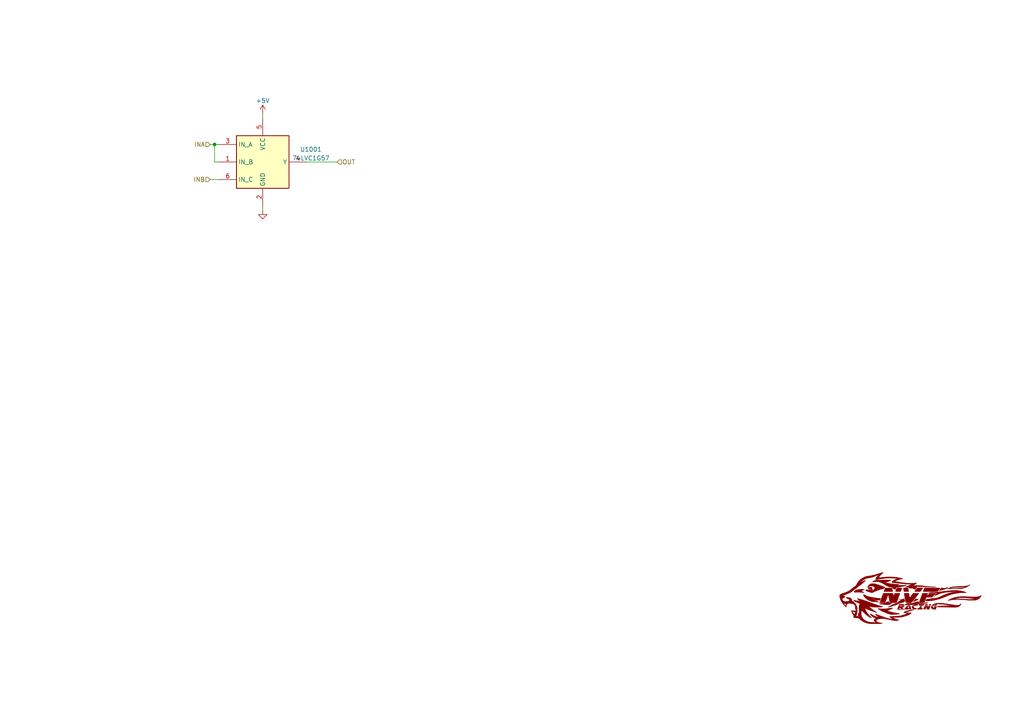
<source format=kicad_sch>
(kicad_sch (version 20230121) (generator eeschema)
  (paper "A4")
  (title_block (title "Dashboard Indicators") (date "2024-01-29") (rev "1"))
  (lib_symbols
    (symbol "NVF-Kicad:74LVC1G57"
      (property "Reference" "U" (at -5.08 10.16 0))
      (property "Value" "74LVC1G57" (at 7.62 -10.16 0))
      (symbol "74LVC1G57_1_1"
        (pin input line (at -12.7 0 0) (length 5.08) (name "IN_B") (number "1"))
        (pin power_in line (at 0 -12.7 90) (length 5.08) (name "GND") (number "2"))
        (pin input line (at -12.7 5.08 0) (length 5.08) (name "IN_A") (number "3"))
        (pin output line (at 12.7 0 180) (length 5.08) (name "Y") (number "4"))
        (pin power_in line (at 0 12.7 270) (length 5.08) (name "VCC") (number "5"))
        (pin input line (at -12.7 -5.08 0) (length 5.08) (name "IN_C") (number "6"))
      )
    )
    (symbol "NVF-Kicad:NVF-Logo" (pin_names (offset 1.016)))
    (symbol "power:+5V" (power) (pin_names (offset 0))
      (property "Value" "+5V" (at 0 3.556 0))
      (symbol "+5V_1_1"
        (pin power_in line (at 0 0 90) (length 0) hide (name "+5V") (number "1"))
      )
    )
    (symbol "power:GND" (power) (pin_names (offset 0))
      (property "Value" "GND" (at 0 -3.81 0))
      (symbol "GND_1_1"
        (pin power_in line (at 0 0 270) (length 0) hide (name "GND") (number "1"))
      )
    )
  )
  (junction (at 62.23 41.91))
  (wire (pts (xy 76.2 33.02) (xy 76.2 34.29)))
  (wire (pts (xy 62.23 46.99) (xy 62.23 41.91)))
  (wire (pts (xy 88.9 46.99) (xy 97.79 46.99)))
  (wire (pts (xy 62.23 41.91) (xy 63.5 41.91)))
  (wire (pts (xy 60.96 41.91) (xy 62.23 41.91)))
  (wire (pts (xy 63.5 46.99) (xy 62.23 46.99)))
  (wire (pts (xy 60.96 52.07) (xy 63.5 52.07)))
  (wire (pts (xy 76.2 59.69) (xy 76.2 60.96)))
  (hierarchical_label "INA" (shape input) (at 60.96 41.91 180))
  (hierarchical_label "INB" (shape input) (at 60.96 52.07 180))
  (hierarchical_label "OUT" (shape input) (at 97.79 46.99 0))
  (symbol (lib_id "NVF-Kicad:74LVC1G57") (at 76.2 46.99 0) (unit 1)
    (property "Reference" "U901" (at 90.17 43.3421 0))
    (property "Value" "74LVC1G57" (at 90.17 45.8821 0))
    (property "Footprint" "Package_TO_SOT_SMD:SOT-363_SC-70-6" (effects hide))
    (property "Datasheet" "http://www.ti.com/lit/sg/scyt129e/scyt129e.pdf" (effects hide))
    (instances (project "Dashboard-Indicators" (path "" (reference "U1001") (unit 1)) (path "" (reference "U1601") (unit 1)) (path "" (reference "U1801") (unit 1))))
  )
  (symbol (lib_id "power:+5V") (at 76.2 33.02 0) (unit 1)
    (property "Reference" "#PWR0901" (effects hide))
    (property "Value" "+5V" (at 76.2 29.21 0))
    (instances (project "Dashboard-Indicators" (path "" (reference "#PWR01001") (unit 1)) (path "" (reference "#PWR01601") (unit 1)) (path "" (reference "#PWR01801") (unit 1))))
  )
  (symbol (lib_id "NVF-Kicad:NVF-Logo") (at 264.16 177.8 0) (unit 1)
    (property "Reference" "#G101" (effects hide))
    (property "Value" "LOGO" (effects hide))
    (instances (project "Dashboard-Indicators" (path "" (reference "#G101") (unit 1)) (path "" (reference "#G1001") (unit 1)) (path "" (reference "#G1601") (unit 1)) (path "" (reference "#G1801") (unit 1))))
  )
  (symbol (lib_id "power:GND") (at 76.2 60.96 0) (unit 1)
    (property "Reference" "#PWR0902" (effects hide))
    (property "Value" "GND" (effects hide))
    (instances (project "Dashboard-Indicators" (path "" (reference "#PWR01002") (unit 1)) (path "" (reference "#PWR01602") (unit 1)) (path "" (reference "#PWR01802") (unit 1))))
  )
)
</source>
